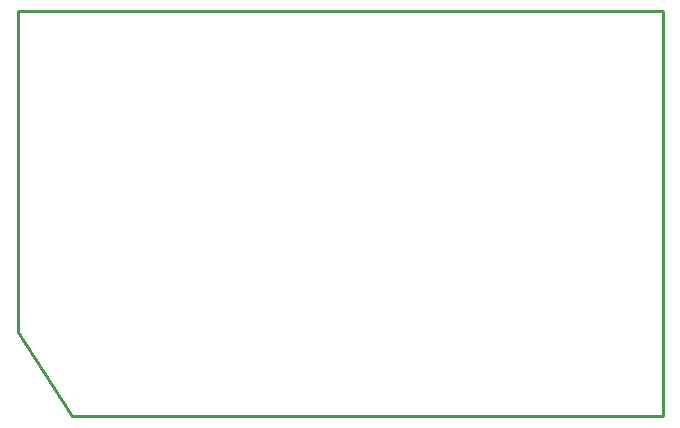
<source format=gbr>
G04 EAGLE Gerber RS-274X export*
G75*
%MOMM*%
%FSLAX34Y34*%
%LPD*%
%IN*%
%IPPOS*%
%AMOC8*
5,1,8,0,0,1.08239X$1,22.5*%
G01*
G04 Define Apertures*
%ADD10C,0.254000*%
D10*
X292100Y211016D02*
X338016Y139700D01*
X838200Y139700D01*
X838200Y482600D01*
X292100Y482600D01*
X292100Y211016D01*
M02*

</source>
